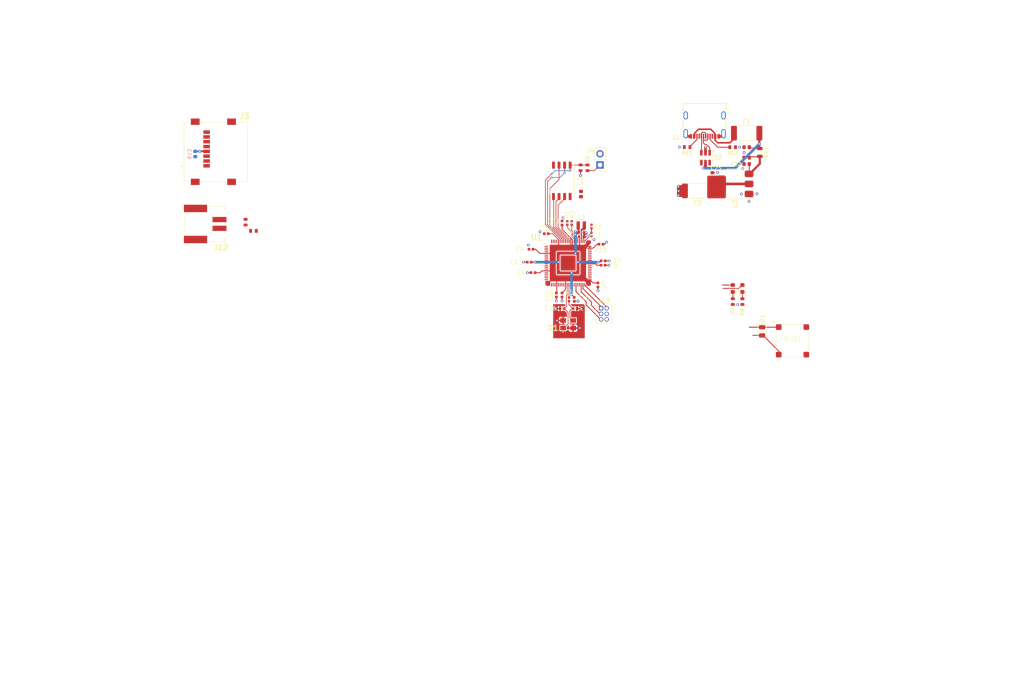
<source format=kicad_pcb>
(kicad_pcb (version 20241229) (generator "pcbnew") (generator_version "9.0")
  (title_block (title "${DOC_TYPE} Document") (date "2024-04-13") (rev "1.1") (company "${COMPANY}"))
  (layers (0 "F.Cu" mixed "L1") (4 "In1.Cu" power "L2 (GND)") (6 "In2.Cu" power "L3 (PWR)") (2 "B.Cu" mixed "L4") (13 "F.Paste" user) (15 "B.Paste" user) (5 "F.SilkS" user "F.Silkscreen") (7 "B.SilkS" user "B.Silkscreen") (1 "F.Mask" user) (3 "B.Mask" user) (25 "Edge.Cuts" user))
  (property "BOARD_NAME" "Board Name")
  (property "COMPANY" "Company Name")
  (property "DESIGNER" "Designer Name")
  (property "DOC_TYPE" "Fabrication")
  (property "PROJECT_NAME" "Project Name")
  (property "RELEASE_DATE" "Release Date")
  (property "REVIEWER" "Reviewer Name")
  (property "REVISION" "Revision Number")
  (property "VARIANT" "Variant Name")
  (net 0 "")
  (net 1 "+3V3")
  (net 2 "/CCT Board Schematic/MCU & Peripherals/FIRE_SIGNAL")
  (net 3 "/CCT Board Schematic/MCU & Peripherals/SD_DAT1")
  (net 4 "/CCT Board Schematic/MCU & Peripherals/SD_CMD")
  (net 5 "/CCT Board Schematic/MCU & Peripherals/QSPI_CS")
  (net 6 "/CCT Board Schematic/MCU & Peripherals/QSPI_SD1")
  (net 7 "/CCT Board Schematic/MCU & Peripherals/SD_DAT3")
  (net 8 "/CCT Board Schematic/MCU & Peripherals/SD_DAT0")
  (net 9 "/CCT Board Schematic/MCU & Peripherals/SD_CLK")
  (net 10 "/CCT Board Schematic/MCU & Peripherals/SD_DAT2")
  (net 11 "GND")
  (net 12 "/CCT Board Schematic/MCU & Peripherals/ARM_SIGNAL")
  (net 13 "/CCT Board Schematic/MCU & Peripherals/PYRO_SENSE")
  (net 14 "/CCT Board Schematic/VBAT_sense")
  (net 15 "/CCT Board Schematic/MCU & Peripherals/Servo1_PWM")
  (net 16 "/CCT Board Schematic/MCU & Peripherals/PYRO_SEN")
  (net 17 "/CCT Board Schematic/MCU & Peripherals/Servo3_PWM")
  (net 18 "/CCT Board Schematic/MCU & Peripherals/PYRO_IN")
  (net 19 "/CCT Board Schematic/MCU & Peripherals/~{USB_BOOT}")
  (net 20 "/CCT Board Schematic/MCU & Peripherals/RUN")
  (net 21 "/CCT Board Schematic/MCU & Peripherals/Servo2_PWM")
  (net 22 "/CCT Board Schematic/MCU & Peripherals/STATUS_BUZZER-")
  (net 23 "/CCT Board Schematic/MCU & Peripherals/STATUS_BUZZER+")
  (net 24 "/CCT Board Schematic/MCU & Peripherals/VREG_AVDD")
  (net 25 "/CCT Board Schematic/MCU & Peripherals/STATUS_LED_G")
  (net 26 "/CCT Board Schematic/MCU & Peripherals/STATUS_LED_R")
  (net 27 "/CCT Board Schematic/MCU & Peripherals/FILL_SIGNAL")
  (net 28 "/CCT Board Schematic/MCU & Peripherals/USB_DM")
  (net 29 "/CCT Board Schematic/MCU & Peripherals/QSPI_SD0")
  (net 30 "/CCT Board Schematic/MCU & Peripherals/QSPI_SD3")
  (net 31 "/CCT Board Schematic/MCU & Peripherals/QSPI_SCLK")
  (net 32 "/CCT Board Schematic/MCU & Peripherals/USB_DP")
  (net 33 "/CCT Board Schematic/MCU & Peripherals/QSPI_SD2")
  (net 34 "/CCT Board Schematic/MCU & Peripherals/GPIO30")
  (net 35 "/CCT Board Schematic/MCU & Peripherals/GPIO31")
  (net 36 "/CCT Board Schematic/MCU & Peripherals/GPIO32")
  (net 37 "+1V1")
  (net 38 "/CCT Board Schematic/MCU & Peripherals/XOUT")
  (net 39 "Net-(C17-Pad1)")
  (net 40 "/CCT Board Schematic/MCU & Peripherals/USB_D-")
  (net 41 "/CCT Board Schematic/MCU & Peripherals/RJ45_LED2")
  (net 42 "/CCT Board Schematic/MCU & Peripherals/RS485_TX")
  (net 43 "/CCT Board Schematic/MCU & Peripherals/RS485_RX")
  (net 44 "/CCT Board Schematic/MCU & Peripherals/RJ45_LED1")
  (net 45 "/CCT Board Schematic/MCU & Peripherals/I2C_SDA")
  (net 46 "/CCT Board Schematic/MCU & Peripherals/I2C_SCL")
  (net 53 "/CCT Board Schematic/MCU & Peripherals/XIN")
  (net 65 "/CCT Board Schematic/MCU & Peripherals/VREG_LX")
  (net 70 "Net-(LED1-K)")
  (net 71 "/CCT Board Schematic/MCU & Peripherals/USB_D+")
  (net 72 "Net-(LED2-K)")
  (net 73 "VBUS")
  (net 74 "Net-(U3-VO)")
  (net 75 "VBUS_F")
  (net 76 "/CCT Board Schematic/USBC/D+")
  (net 77 "/CCT Board Schematic/USBC/D-")
  (net 78 "/CCT Board Schematic/USBC/CC1")
  (net 79 "/CCT Board Schematic/USBC/VBUS_PF")
  (net 80 "/CCT Board Schematic/USBC/CC2")
  (net 81 "/CCT Board Schematic/USBC/USB_D+")
  (net 82 "/CCT Board Schematic/USBC/USB_D-")
  (footprint "0_Capacitors:C_0402_1005_DensityMedium" (layer "F.Cu") (at 139.5 81.4609 180)
    (property "Reference" "C12")
    (property "Value" "100nF" (hide yes))
  )
  (footprint "0_Passives:BUZZER,7.5x7.5mm" (layer "F.Cu") (at 192 102.2)
    (property "Reference" "BUZ1")
    (property "Value" "~")
  )
  (footprint "0_Resistors:R_0402_1005_DensityHigh" (layer "F.Cu") (at 145.3 79.0109 -90)
    (property "Reference" "R2")
    (property "Value" "27R" (hide yes))
  )
  (footprint "0_Resistors:R_0603_1608_DensityHigh" (layer "F.Cu") (at 184.3 96.975 90)
    (property "Reference" "R8")
    (property "Value" "?220R?" (hide yes))
  )
  (footprint "0_Capacitors:C_0402_1005_DensityMedium" (layer "F.Cu") (at 146.08 98.5809)
    (property "Reference" "C17")
    (property "Value" "15pF" (hide yes))
  )
  (footprint "0_Resistors:R_0805_2012_DensityHigh" (layer "F.Cu") (at 188.275 62.875 -90)
    (property "Reference" "R13")
    (property "Value" "0R" (hide yes))
  )
  (footprint "0_Resistors:R_0603_1608_DensityHigh" (layer "F.Cu") (at 72.6 80.8141 180)
    (property "Reference" "R10" (hide yes))
    (property "Value" "4k7R" (hide yes))
  )
  (footprint "0_Capacitors:C_0402_1005_DensityMedium" (layer "F.Cu") (at 136 85.0109 180)
    (property "Reference" "C4")
    (property "Value" "100nF" (hide yes))
  )
  (footprint "0_Connectors:502352_0201" (layer "F.Cu") (at 62.1 79.225 -90)
    (property "Reference" "J12")
    (property "Value" "Molex_01x02" (hide yes))
  )
  (footprint "0_MCU:ABM8272T3" (layer "F.Cu") (at 144.485 102.1609)
    (property "Reference" "X1")
    (property "Value" "ABM8-272-T3" (hide yes))
  )
  (footprint "0_Passives:LED_0805_2012Metric" (layer "F.Cu") (at 188.8 103.775 -90)
    (property "Reference" "D1")
    (property "Value" "~")
  )
  (footprint "0_MCU:L_AOTA_B20_2016" (layer "F.Cu") (at 147.485 79.5109)
    (property "Reference" "L1")
    (property "Value" "1uH" (hide yes))
  )
  (footprint "0_Capacitors:C_0402_1005_DensityMedium" (layer "F.Cu") (at 143.11 98.5809 180)
    (property "Reference" "C16")
    (property "Value" "15pF" (hide yes))
  )
  (footprint "0_Connectors:PinHeader_2x03_P1.27mm_Vertical" (layer "F.Cu") (at 152.02 98.5009)
    (property "Reference" "J13")
    (property "Value" "Conn_02x03_Odd_Even" (hide yes))
  )
  (footprint "0_Power:SOT-223-3_TabPin2" (layer "F.Cu") (at 182.675 70.075 180)
    (property "Reference" "U3")
    (property "Value" "NCP1117_3.3")
  )
  (footprint "0_Capacitors:C_0402_1005_DensityMedium" (layer "F.Cu") (at 145.885 96.4609 90)
    (property "Reference" "C15")
    (property "Value" "4.7uF" (hide yes))
  )
  (footprint "0_Passives:Fuse_2512_6332Metric" (layer "F.Cu") (at 174.075 71.662135)
    (property "Reference" "F2")
    (property "Value" "Fuse")
  )
  (footprint "0_Resistors:R_0603_1608_DensityHigh" (layer "F.Cu") (at 171.675 61.6576)
    (property "Reference" "R11")
    (property "Value" "5.1kR" (hide yes))
  )
  (footprint "0_MCU:SOIC-8_5.3x5.3mm_P1.27mm" (layer "F.Cu") (at 143.05 69.3609 -90)
    (property "Reference" "U2")
    (property "Value" "S25FL128" (hide yes))
  )
  (footprint "0_Capacitors:C_0603_1608_DensityHigh" (layer "F.Cu") (at 177.475 68.125 90)
    (property "Reference" "C23")
    (property "Value" "10nF" (hide yes))
  )
  (footprint "0_Capacitors:C_0402_1005_DensityMedium" (layer "F.Cu") (at 136.485 90.3609 180)
    (property "Reference" "C5")
    (property "Value" "100nF" (hide yes))
  )
  (footprint "0_Passives:LED_0603_1608Metric" (layer "F.Cu") (at 184.3 93.975 90)
    (property "Reference" "LED2" (hide yes))
    (property "Value" "Red")
  )
  (footprint "0_Capacitors:C_0603_1608_DensityHigh" (layer "F.Cu") (at 185.275 64.075)
    (property "Reference" "C21" (hide yes))
    (property "Value" "DNP" (hide yes))
  )
  (footprint "0_Resistors:R_0603_1608_DensityHigh" (layer "F.Cu") (at 182.1 96.975 90)
    (property "Reference" "R7")
    (property "Value" "?220R?" (hide yes))
  )
  (footprint "0_Passives:SOT-23-6" (layer "F.Cu") (at 175.875 64.075 -90)
    (property "Reference" "D2")
    (property "Value" "USBLC6-2SC6")
  )
  (footprint "0_Connectors:PinHeader_1x02_P2.54mm_Vertical" (layer "F.Cu") (at 151.775 65.7359 180)
    (property "Reference" "J4")
    (property "Value" "Pin_01x02")
  )
  (footprint "0_Connectors:USB4105_GCT" (layer "F.Cu") (at 175.675 55.675 180)
    (property "Reference" "J2")
    (property "Value" "USBC_Conn")
  )
  (footprint "0_Capacitors:C_0402_1005_DensityMedium" (layer "F.Cu") (at 151.3 93.1609 -90)
    (property "Reference" "C8")
    (property "Value" "100nF" (hide yes))
  )
  (footprint "0_Capacitors:C_0402_1005_DensityMedium" (layer "F.Cu") (at 141.8 95.4609 -90)
    (property "Reference" "C6")
    (property "Value" "100nF" (hide yes))
  )
  (footprint "0_Resistors:R_0603_1608_DensityHigh" (layer "F.Cu") (at 148.925 66.3859 -90)
    (property "Reference" "R5")
    (property "Value" "1kR" (hide yes))
  )
  (footprint "0_Capacitors:C_0603_1608_DensityHigh" (layer "F.Cu") (at 147.425 72.3859 -90)
    (property "Reference" "C18" (hide yes))
    (property "Value" "100nF" (hide yes))
  )
  (footprint "0_Capacitors:C_0402_1005_DensityMedium" (layer "F.Cu") (at 143.1 95.4609 -90)
    (property "Reference" "C7")
    (property "Value" "100nF" (hide yes))
  )
  (footprint "0_Capacitors:C_0402_1005_DensityMedium" (layer "F.Cu") (at 151.985 83.8609)
    (property "Reference" "C10")
    (property "Value" "100nF" (hide yes))
  )
  (footprint "0_Resistors:R_0603_1608_DensityHigh" (layer "F.Cu") (at 147.325 66.3859 -90)
    (property "Reference" "R4" (hide yes))
    (property "Value" "10kR" (hide yes))
  )
  (footprint "0_Capacitors:C_0603_1608_DensityHigh" (layer "F.Cu") (at 185.275 61.675)
    (property "Reference" "C20" (hide yes))
    (property "Value" "DNP" (hide yes))
  )
  (footprint "0_Resistors:R_0402_1005_DensityHigh" (layer "F.Cu") (at 144.685 96.4659 -90)
    (property "Reference" "R6")
    (property "Value" "1kR" (hide yes))
  )
  (footprint "0_Capacitors:C_0402_1005_DensityMedium" (layer "F.Cu") (at 135.6 87.9609)
    (property "Reference" "C13")
    (property "Value" "100nF" (hide yes))
  )
  (footprint "0_Resistors:R_0402_1005_DensityHigh" (layer "F.Cu") (at 149.825 79.8109 90)
    (property "Reference" "R3")
    (property "Value" "33R" (hide yes))
  )
  (footprint "0_Resistors:R_0603_1608_DensityHigh" (layer "F.Cu") (at 182.075 61.675)
    (property "Reference" "R12")
    (property "Value" "5.1kR" (hide yes))
  )
  (footprint "0_Capacitors:C_0402_1005_DensitySpaced" (layer "F.Cu") (at 147.485 82.1109)
    (property "Reference" "C2")
    (property "Value" "4.7uF" (hide yes))
  )
  (footprint "0_Capacitors:C_0603_1608_DensityHigh" (layer "F.Cu") (at 185.275 65.525)
    (property "Reference" "C22")
    (property "Value" "10nF" (hide yes))
  )
  (footprint "0_Capacitors:C_0402_1005_DensityMedium" (layer "F.Cu") (at 152.485 87.6609 180)
    (property "Reference" "C14")
    (property "Value" "100nF" (hide yes))
  )
  (footprint "0_Capacitors:C_0402_1005_DensitySpaced" (layer "F.Cu") (at 147.485 81.1609)
    (property "Reference" "C3")
    (property "Value" "4.7uF" (hide yes))
  )
  (footprint "0_Passives:Fuse_2512_6332Metric" (layer "F.Cu") (at 185.275 58.475 180)
    (property "Reference" "F1")
    (property "Value" "Fuse")
  )
  (footprint "0_Capacitors:C_0402_1005_DensityHigh" (layer "F.Cu") (at 149.825 81.6609 -90)
    (property "Reference" "C1")
    (property "Value" "4.7uF" (hide yes))
  )
  (footprint "0_Resistors:R_0402_1005_DensityHigh" (layer "F.Cu") (at 144.3 79.0109 -90)
    (property "Reference" "R1")
    (property "Value" "27R" (hide yes))
  )
  (footprint "0_Resistors:R_0603_1608_DensityHigh" (layer "F.Cu") (at 70.8 78.8141 90)
    (property "Reference" "R9" (hide yes))
    (property "Value" "4k7R" (hide yes))
  )
  (footprint "0_MCU:RP2350B_80QFN" (layer "F.Cu") (at 144.485 88.1609)
    (property "Reference" "U1")
    (property "Value" "RP2350_80QFN" (hide yes))
  )
  (footprint "0_Capacitors:C_0402_1005_DensityMedium" (layer "F.Cu") (at 152.49 88.6609)
    (property "Reference" "C9")
    (property "Value" "100nF" (hide yes))
  )
  (footprint "0_Capacitors:C_0402_1005_DensityMedium" (layer "F.Cu") (at 143.1 79.0109 90)
    (property "Reference" "C11")
    (property "Value" "100nF" (hide yes))
  )
  (footprint "0_Passives:LED_0603_1608Metric" (layer "F.Cu") (at 182.1 93.975 90)
    (property "Reference" "LED1" (hide yes))
    (property "Value" "Green")
  )
  (footprint "0_Connectors:Molex_472192001_uSD" (layer "F.Cu") (at 63.7 62.725 -90)
    (property "Reference" "J3")
    (property "Value" "Micro_SD_Card" (hide yes))
  )
  (footprint "0_Capacitors:C_0603_1608_DensityHigh" (layer "B.Cu") (at 59.3 63.225 90)
    (property "Reference" "C19")
    (property "Value" "100nF" (hide yes))
  )
  (segment (start 143.885 93.1109) (end 143.885 92.2609) (width 0.2) (layer "F.Cu") (net 1))
  (segment (start 145.085 82.450544) (end 143.1 80.465544) (width 0.2) (layer "F.Cu") (net 1))
  (segment (start 150.785 88.3609) (end 151.085 88.6609) (width 0.2) (layer "F.Cu") (net 1))
  (segment (start 60.505 62.62) (end 61.89 62.62) (width 0.4) (layer "F.Cu") (net 1))
  (segment (start 151.085 83.8609) (end 150.185 84.7609) (width 0.2) (layer "F.Cu") (net 1))
  (segment (start 138 85.9609) (end 139.535 85.9609) (width 0.2) (layer "F.Cu") (net 1))
  (segment (start 60.35 62.625) (end 60.5 62.625) (width 0.4) (layer "F.Cu") (net 1))
  (segment (start 145.085 83.2109) (end 145.085 84.0609) (width 0.2) (layer "F.Cu") (net 1))
  (segment (start 141.885 93.1109) (end 141.885 92.2259) (width 0.2) (layer "F.Cu") (net 1))
  (segment (start 138.085 90.3609) (end 138.485 89.9609) (width 0.2) (layer "F.Cu") (net 1))
  (segment (start 149.435 84.7609) (end 148.55 84.7609) (width 0.2) (layer "F.Cu") (net 1))
  (segment (start 149.435 88.3609) (end 148.4 88.3609) (width 0.2) (layer "F.Cu") (net 1))
  (segment (start 139.535 89.9609) (end 140.385 89.9609) (width 0.2) (layer "F.Cu") (net 1))
  (segment (start 143.1 80.465544) (end 143.1 79.4609) (width 0.2) (layer "F.Cu") (net 1))
  (segment (start 143.885 93.1109) (end 143.885 94.2259) (width 0.2) (layer "F.Cu") (net 1))
  (segment (start 142.285 82.8084) (end 140.9375 81.4609) (width 0.15) (layer "F.Cu") (net 1))
  (segment (start 150.185 92.7109) (end 151.3 92.7109) (width 0.2) (layer "F.Cu") (net 1))
  (segment (start 137.05 85.0109) (end 138 85.9609) (width 0.2) (layer "F.Cu") (net 1))
  (segment (start 142.285 83.2109) (end 142.285 84.0609) (width 0.2) (layer "F.Cu") (net 1))
  (segment (start 149.435 84.3609) (end 149.435 84.7609) (width 0.2) (layer "F.Cu") (net 1))
  (segment (start 145.485 82.850544) (end 145.085 82.450544) (width 0.2) (layer "F.Cu") (net 1))
  (segment (start 145.485 83.2109) (end 145.485 82.850544) (width 0.2) (layer "F.Cu") (net 1))
  (segment (start 140.9375 81.4609) (end 139.95 81.4609) (width 0.15) (layer "F.Cu") (net 1))
  (segment (start 147.085 83.2109) (end 147.085 84.0609) (width 0.2) (layer "F.Cu") (net 1))
  (segment (start 149.435 88.3609) (end 150.785 88.3609) (width 0.2) (layer "F.Cu") (net 1))
  (segment (start 136.45 85.0109) (end 137.05 85.0109) (width 0.2) (layer "F.Cu") (net 1))
  (segment (start 149.435 84.3609) (end 148.85 84.3609) (width 0.2) (layer "F.Cu") (net 1))
  (segment (start 141.885 93.1109) (end 141.885 94.9759) (width 0.2) (layer "F.Cu") (net 1))
  (segment (start 145.485 83.2109) (end 145.485 84.0609) (width 0.2) (layer "F.Cu") (net 1))
  (segment (start 60.5 62.625) (end 60.505 62.62) (width 0.4) (layer "F.Cu") (net 1))
  (segment (start 142.285 83.2109) (end 142.285 82.8084) (width 0.15) (layer "F.Cu") (net 1))
  (segment (start 151.085 88.6609) (end 152.01 88.6609) (width 0.2) (layer "F.Cu") (net 1))
  (segment (start 143.885 94.2259) (end 143.1 95.0109) (width 0.2) (layer "F.Cu") (net 1))
  (segment (start 150.185 84.7609) (end 149.435 84.7609) (width 0.2) (layer "F.Cu") (net 1))
  (segment (start 136.965 90.3609) (end 138.085 90.3609) (width 0.2) (layer "F.Cu") (net 1))
  (segment (start 147.325 67.0359) (end 147.325 68.1609) (width 0.2) (layer "F.Cu") (net 1))
  (segment (start 145.085 83.2109) (end 145.085 82.450544) (width 0.2) (layer "F.Cu") (net 1))
  (segment (start 139.535 85.9609) (end 140.4 85.9609) (width 0.2) (layer "F.Cu") (net 1))
  (segment (start 138.485 89.9609) (end 139.875 89.9609) (width 0.2) (layer "F.Cu") (net 1))
  (segment (start 149.435 91.9609) (end 150.185 92.7109) (width 0.2) (layer "F.Cu") (net 1))
  (segment (start 151.5 83.8609) (end 151.085 83.8609) (width 0.2) (layer "F.Cu") (net 1))
  (via (at 169.695 71.692135) (size 0.6) (drill 0.3) (layers "F.Cu" "B.Cu") (net 1))
  (via (at 169.695 70.692135) (size 0.6) (drill 0.3) (layers "F.Cu" "B.Cu") (net 1))
  (via (at 169.695 72.692135) (size 0.6) (drill 0.3) (layers "F.Cu" "B.Cu") (net 1))
  (via (at 147.325 68.1609) (size 0.6) (drill 0.3) (layers "F.Cu" "B.Cu") (net 1))
  (via (at 60.35 62.625) (size 0.6) (drill 0.3) (layers "F.Cu" "B.Cu") (net 1))
  (segment (start 60.35 62.625) (end 59.3 62.625) (width 0.4) (layer "B.Cu") (net 1))
  (segment (start 144.955 67.0259) (end 144.96 67.0309) (width 0.15) (layer "F.Cu") (net 5))
  (segment (start 139.3 69.2109) (end 139.3 79.325678) (width 0.15) (layer "F.Cu") (net 5))
  (segment (start 144.955 65.7734) (end 144.955 67.0259) (width 0.15) (layer "F.Cu") (net 5))
  (segment (start 144.955 65.7734) (end 148.8875 65.7734) (width 0.15) (layer "F.Cu") (net 5))
  (segment (start 140.7 67.8109) (end 139.3 69.2109) (width 0.15) (layer "F.Cu") (net 5))
  (segment (start 139.3 79.325678) (end 142.685 82.710678) (width 0.15) (layer "F.Cu") (net 5))
  (segment (start 142.685 82.710678) (end 142.685 83.2109) (width 0.15) (layer "F.Cu") (net 5))
  (via (at 144.96 67.0309) (size 0.45) (drill 0.2) (layers "F.Cu" "B.Cu") (net 5))
  (via (at 140.7 67.8109) (size 0.45) (drill 0.2) (layers "F.Cu" "B.Cu") (net 5))
  (segment (start 141.48 67.0309) (end 144.96 67.0309) (width 0.15) (layer "B.Cu") (net 5))
  (segment (start 140.7 67.8109) (end 141.48 67.0309) (width 0.15) (layer "B.Cu") (net 5))
  (segment (start 143.685 67.5259) (end 143.685 65.7734) (width 0.15) (layer "F.Cu") (net 6))
  (segment (start 139.8 79.4) (end 143.085 82.685) (width 0.15) (layer "F.Cu") (net 6))
  (segment (start 143.69 67.5309) (end 143.685 67.5259) (width 0.15) (layer "F.Cu") (net 6))
  (segment (start 140.7 68.6109) (end 139.8 69.5109) (width 0.15) (layer "F.Cu") (net 6))
  (segment (start 139.8 69.5109) (end 139.8 79.4) (width 0.15) (layer "F.Cu") (net 6))
  (segment (start 143.085 82.685) (end 143.085 83.2109) (width 0.15) (layer "F.Cu") (net 6))
  (via (at 143.69 67.5309) (size 0.45) (drill 0.2) (layers "F.Cu" "B.Cu") (net 6))
  (via (at 140.7 68.6109) (size 0.45) (drill 0.2) (layers "F.Cu" "B.Cu") (net 6))
  (segment (start 142.61 68.6109) (end 143.69 67.5309) (width 0.15) (layer "B.Cu") (net 6))
  (segment (start 140.7 68.6109) (end 142.61 68.6109) (width 0.15) (layer "B.Cu") (net 6))
  (segment (start 151.3 93.6409) (end 151.3 94.4759) (width 0.2) (layer "F.Cu") (net 11))
  (segment (start 152.97 88.6609) (end 153.705 88.6609) (width 0.2) (layer "F.Cu") (net 11))
  (segment (start 152.785 83.8609) (end 153.285 83.3609) (width 0.2) (layer "F.Cu") (net 11))
  (segment (start 143.1 95.9109) (end 143.1 96.8609) (width 0.2) (layer "F.Cu") (net 11))
  (segment (start 152.46 83.8609) (end 152.785 83.8609) (width 0.2) (layer "F.Cu") (net 11))
  (segment (start 141.8 95.9109) (end 141.8 96.8609) (width 0.2) (layer "F.Cu") (net 11))
  (segment (start 152.965 87.6609) (end 153.705 87.6609) (width 0.2) (layer "F.Cu") (net 11))
  (segment (start 172.475 59.20365) (end 171.64635 59.20365) (width 0.6) (layer "F.Cu") (net 11))
  (segment (start 178.874998 59.203648) (end 179.946352 59.203648) (width 0.6) (layer "F.Cu") (net 11))
  (segment (start 175.875 62.9375) (end 175.875 61.675) (width 0.6) (layer "F.Cu") (net 11))
  (segment (start 134.315 87.9609) (end 135.12 87.9609) (width 0.2) (layer "F.Cu") (net 11))
  (segment (start 146.8 96.9109) (end 145.915 96.9109) (width 0.15) (layer "F.Cu") (net 11))
  (segment (start 135.2 90.3609) (end 136.005 90.3609) (width 0.2) (layer "F.Cu") (net 11))
  (via (at 148.585 81.2109) (size 0.6) (drill 0.3) (layers "F.Cu" "B.Cu") (net 11))
  (via (at 153.285 83.3609) (size 0.6) (drill 0.3) (layers "F.Cu" "B.Cu") (net 11))
  (via (at 147.15 103.0109) (size 0.6) (drill 0.3) (layers "F.Cu" "B.Cu") (net 11))
  (via (at 150.4 82.8109) (size 0.6) (drill 0.3) (layers "F.Cu" "B.Cu") (net 11))
  (via (at 135.4 84.0609) (size 0.6) (drill 0.3) (layers "F.Cu" "B.Cu") (net 11))
  (via (at 184.675 62.875) (size 0.6) (drill 0.3) (layers "F.Cu" "B.Cu") (net 11))
  (via (at 187.625 72.325) (size 0.6) (drill 0.3) (layers "F.Cu" "B.Cu") (net 11))
  (via (at 141.8 96.8609) (size 0.6) (drill 0.3) (layers "F.Cu" "B.Cu") (net 11))
  (via (at 147.55 98.5809) (size 0.6) (drill 0.3) (layers "F.Cu" "B.Cu") (net 11))
  (via (at 148.585 81.8109) (size 0.6) (drill 0.3) (layers "F.Cu" "B.Cu") (net 11))
  (via (at 143.1 96.8609) (size 0.6) (drill 0.3) (layers "F.Cu" "B.Cu") (net 11))
  (via (at 183.225 97.65) (size 0.6) (drill 0.3) (layers "F.Cu" "B.Cu") (net 11))
  (via (at 138.05 81.0109) (size 0.6) (drill 0.3) (layers "F.Cu" "B.Cu") (net 11))
  (via (at 141.6 98.5809) (size 0.6) (drill 0.3) (layers "F.Cu" "B.Cu") (net 11))
  (via (at 141.95 101.3109) (size 0.6) (drill 0.3) (layers "F.Cu" "B.Cu") (net 11))
  (via (at 183.675 61.675) (size 0.6) (drill 0.3) (layers "F.Cu" "B.Cu") (net 11))
  (via (at 175.875 61.675) (size 0.6) (drill 0.3) (layers "F.Cu" "B.Cu") (net 11))
  (via (at 184.075 72.375) (size 0.6) (drill 0.3) (layers "F.Cu" "B.Cu") (net 11))
  (via (at 151.3 94.4759) (size 0.6) (drill 0.3) (layers "F.Cu" "B.Cu") (net 11))
  (via (at 153.9 88.6609) (size 0.6) (drill 0.3) (layers "F.Cu" "B.Cu") (net 11))
  (via (at 169.925 61.625) (size 0.6) (drill 0.3) (layers "F.Cu" "B.Cu") (net 11))
  (via (at 153.9 87.6609) (size 0.6) (drill 0.3) (layers "F.Cu" "B.Cu") (net 11))
  (via (at 146.8 96.9109) (size 0.6) (drill 0.3) (layers "F.Cu" "B.Cu") (net 11))
  (via (at 184.375 66.575) (size 0.6) (drill 0.3) (layers "F.Cu" "B.Cu") (net 11))
  (via (at 134.315 87.9609) (size 0.6) (drill 0.3) (layers "F.Cu" "B.Cu") (net 11))
  (via (at 135.2 90.3609) (size 0.6) (drill 0.3) (layers "F.Cu" "B.Cu") (net 11))
  (via (at 143.35 77.8109) (size 0.6) (drill 0.3) (layers "F.Cu" "B.Cu") (net 11))
  (via (at 178.625 67.425) (size 0.6) (drill 0.3) (layers "F.Cu" "B.Cu") (net 11))
  (via (at 185.825 74.075) (size 0.6) (drill 0.3) (layers "F.Cu" "B.Cu") (net 11))
  (segment (start 150.475 67.0359) (end 151.775 65.7359) (width 0.15) (layer "F.Cu") (net 19))
  (segment (start 148.925 67.0359) (end 150.475 67.0359) (width 0.15) (layer "F.Cu") (net 19))
  (segment (start 146.285 93.1109) (end 146.285 94.6959) (width 0.2) (layer "F.Cu") (net 20))
  (segment (start 146.285 94.6959) (end 148.6 97.0109) (width 0.2) (layer "F.Cu") (net 20))
  (segment (start 148.6 97.0109) (end 148.6 97.7309) (width 0.2) (layer "F.Cu") (net 20))
  (segment (start 148.6 97.7309) (end 151.91 101.0409) (width 0.2) (layer "F.Cu") (net 20))
  (segment (start 192.6 108.275) (end 189.025 104.7) (width 0.2) (layer "F.Cu") (net 22))
  (segment (start 189.025 104.7) (end 186.675 104.7) (width 0.2) (layer "F.Cu") (net 22))
  (segment (start 192.6 109.1) (end 192.6 108.275) (width 0.2) (layer "F.Cu") (net 22))
  (segment (start 185.85 102.825) (end 192.575 102.825) (width 0.2) (layer "F.Cu") (net 23))
  (segment (start 149.775 81.2609) (end 149.25 81.7859) (width 0.15) (layer "F.Cu") (net 24))
  (segment (start 149.25 82.1459) (end 148.285 83.1109) (width 0.15) (layer "F.Cu") (net 24))
  (segment (start 149.825 81.2609) (end 149.825 80.2109) (width 0.2) (layer "F.Cu") (net 24))
  (segment (start 149.25 81.7859) (end 149.25 82.1459) (width 0.15) (layer "F.Cu") (net 24))
  (segment (start 179.7625 93.1875) (end 182.1 93.1875) (width 0.2) (layer "F.Cu") (net 25))
  (segment (start 183.45 93.975) (end 184.2125 93.2125) (width 0.2) (layer "F.Cu") (net 26))
  (segment (start 179.85 93.975) (end 183.45 93.975) (width 0.2) (layer "F.Cu") (net 26))
  (segment (start 145.59365 80.96955) (end 145.59365 82.000939) (width 0.15) (layer "F.Cu") (net 28))
  (segment (start 145.59365 82.000939) (end 146.26 82.667288) (width 0.15) (layer "F.Cu") (net 28))
  (segment (start 145.3 80.6759) (end 145.59365 80.96955) (width 0.15) (layer "F.Cu") (net 28))
  (segment (start 146.26 82.667288) (end 146.26 83.2394) (width 0.15) (layer "F.Cu") (net 28))
  (segment (start 145.3 79.4109) (end 145.3 80.6759) (width 0.15) (layer "F.Cu") (net 28))
  (segment (start 141.2 79.948644) (end 141.2 73.0034) (width 0.15) (layer "F.Cu") (net 29))
  (segment (start 143.885 82.633644) (end 141.2 79.948644) (width 0.15) (layer "F.Cu") (net 29))
  (segment (start 143.885 83.2109) (end 143.885 82.633644) (width 0.15) (layer "F.Cu") (net 29))
  (segment (start 144.685 83.2109) (end 144.685 82.582288) (width 0.15) (layer "F.Cu") (net 30))
  (segment (start 142.2 74.9109) (end 143.685 73.4259) (width 0.15) (layer "F.Cu") (net 30))
  (segment (start 144.685 82.582288) (end 142.2 80.097288) (width 0.15) (layer "F.Cu") (net 30))
  (segment (start 142.2 80.097288) (end 142.2 74.9109) (width 0.15) (layer "F.Cu") (net 30))
  (segment (start 144.285 83.2109) (end 144.285 82.607966) (width 0.15) (layer "F.Cu") (net 31))
  (segment (start 144.285 82.607966) (end 141.7 80.022966) (width 0.15) (layer "F.Cu") (net 31))
  (segment (start 141.7 80.022966) (end 141.7 74.1109) (width 0.15) (layer "F.Cu") (net 31))
  (segment (start 141.7 74.1109) (end 142.4 73.4109) (width 0.15) (layer "F.Cu") (net 31))
  (segment (start 145.34265 82.104907) (end 145.34265 81.08355) (width 0.15) (layer "F.Cu") (net 32))
  (segment (start 145.885 82.647256) (end 145.34265 82.104907) (width 0.15) (layer "F.Cu") (net 32))
  (segment (start 145.885 83.2644) (end 145.885 82.647256) (width 0.15) (layer "F.Cu") (net 32))
  (segment (start 145.34265 81.08355) (end 144.3 80.0409) (width 0.15) (layer "F.Cu") (net 32))
  (segment (start 144.3 80.0409) (end 144.3 79.4109) (width 0.15) (layer "F.Cu") (net 32))
  (segment (start 140.3 79.474322) (end 140.3 71.1609) (width 0.15) (layer "F.Cu") (net 33))
  (segment (start 143.485 83.2109) (end 143.485 82.659322) (width 0.15) (layer "F.Cu") (net 33))
  (segment (start 142.415 69.0459) (end 142.415 65.7734) (width 0.15) (layer "F.Cu") (net 33))
  (segment (start 143.485 82.659322) (end 140.3 79.474322) (width 0.15) (layer "F.Cu") (net 33))
  (segment (start 140.3 71.1609) (end 142.415 69.0459) (width 0.15) (layer "F.Cu") (net 33))
  (segment (start 149.8 97.0859) (end 149.8 97.8209) (width 0.2) (layer "F.Cu") (net 34))
  (segment (start 147.485 93.1109) (end 147.485 94.7709) (width 0.2) (layer "F.Cu") (net 34))
  (segment (start 149.8 97.8209) (end 151.75 99.7709) (width 0.2) (layer "F.Cu") (net 34))
  (segment (start 147.485 94.7709) (end 149.8 97.0859) (width 0.2) (layer "F.Cu") (net 34))
  (segment (start 147.885 93.1109) (end 147.885 93.9959) (width 0.2) (layer "F.Cu") (net 35))
  (segment (start 147.885 93.9959) (end 152.02 98.1309) (width 0.2) (layer "F.Cu") (net 35))
  (segment (start 148.285 93.1959) (end 153.29 98.2009) (width 0.2) (layer "F.Cu") (net 36))
  (segment (start 146.66 83.2394) (end 146.66 82.5709) (width 0.15) (layer "F.Cu") (net 37))
  (segment (start 151.285 87.9609) (end 151.705 87.9609) (width 0.2) (layer "F.Cu") (net 37))
  (segment (start 136.915 87.9609) (end 139.5885 87.9609) (width 0.2) (layer "F.Cu") (net 37))
  (segment (start 146.385 82.2959) (end 146.385 81.1609) (width 0.15) (layer "F.Cu") (net 37))
  (segment (start 136.08 87.9609) (end 136.915 87.9609) (width 0.2) (layer "F.Cu") (net 37))
  (segment (start 149.435 87.9609) (end 151.285 87.9609) (width 0.2) (layer "F.Cu") (net 37))
  (segment (start 151.705 87.9609) (end 152.005 87.6609) (width 0.2) (layer "F.Cu") (net 37))
  (segment (start 145.085 93.0574) (end 145.085 95.1809) (width 0.15) (layer "F.Cu") (net 37))
  (segment (start 145.885 95.9809) (end 145.285 95.3809) (width 0.15) (layer "F.Cu") (net 37))
  (segment (start 145.085 95.1809) (end 145.285 95.3809) (width 0.15) (layer "F.Cu") (net 37))
  (segment (start 146.66 82.5709) (end 146.385 82.2959) (width 0.15) (layer "F.Cu") (net 37))
  (segment (start 146.385 81.1609) (end 146.185 80.9609) (width 0.15) (layer "F.Cu") (net 37))
  (via (at 145.285 95.3809) (size 0.6) (drill 0.3) (layers "F.Cu" "B.Cu") (net 37))
  (via (at 146.185 81.5609) (size 0.6) (drill 0.3) (layers "F.Cu" "B.Cu") (net 37))
  (via (at 145.285 90.4109) (size 0.6) (drill 0.3) (layers "F.Cu" "B.Cu") (net 37))
  (via (at 146.75 87.9609) (size 0.6) (drill 0.3) (layers "F.Cu" "B.Cu") (net 37))
  (via (at 136.915 87.9609) (size 0.6) (drill 0.3) (layers "F.Cu" "B.Cu") (net 37))
  (via (at 146.185 85.9109) (size 0.6) (drill 0.3) (layers "F.Cu" "B.Cu") (net 37))
  (via (at 146.185 80.9609) (size 0.6) (drill 0.3) (layers "F.Cu" "B.Cu") (net 37))
  (via (at 151.285 87.9609) (size 0.6) (drill 0.3) (layers "F.Cu" "B.Cu") (net 37))
  (via (at 142.25 87.9609) (size 0.6) (drill 0.3) (layers "F.Cu" "B.Cu") (net 37))
  (segment (start 142.25 87.9609) (end 136.915 87.9609) (width 0.6) (layer "B.Cu") (net 37))
  (segment (start 146.75 87.9609) (end 151.285 87.9609) (width 0.6) (layer "B.Cu") (net 37))
  (segment (start 145.285 90.4109) (end 145.285 95.3809) (width 0.6) (layer "B.Cu") (net 37))
  (segment (start 146.185 80.9609) (end 146.185 85.9109) (width 0.6) (layer "B.Cu") (net 37))
  (segment (start 144.685 93.0574) (end 144.685 95.9859) (width 0.15) (layer "F.Cu") (net 38))
  (segment (start 144.885 100.6109) (end 145.585 101.3109) (width 0.15) (layer "F.Cu") (net 39))
  (segment (start 145.3975 98.5809) (end 144.885 99.0934) (width 0.15) (layer "F.Cu") (net 39))
  (segment (start 144.685 96.9459) (end 144.685 97.6659) (width 0.15) (layer "F.Cu") (net 39))
  (segment (start 144.885 99.0934) (end 144.885 100.6109) (width 0.15) (layer "F.Cu") (net 39))
  (segment (start 144.685 97.6659) (end 145.6 98.5809) (width 0.15) (layer "F.Cu") (net 39))
  (segment (start 144.285 93.0574) (end 144.285 95.4609) (width 0.15) (layer "F.Cu") (net 53))
  (segment (start 144.285 95.4609) (end 144.085 95.6609) (width 0.15) (layer "F.Cu") (net 53))
  (segment (start 144.485 99.4709) (end 144.485 102.0859) (width 0.15) (layer "F.Cu") (net 53))
  (segment (start 144.085 95.6609) (end 144.085 98.0859) (width 0.15) (layer "F.Cu") (net 53))
  (segment (start 144.085 98.0859) (end 143.59 98.5809) (width 0.15) (layer "F.Cu") (net 53))
  (segment (start 144.485 102.0859) (end 143.56 103.0109) (width 0.15) (layer "F.Cu") (net 53))
  (segment (start 143.485 98.4709) (end 144.485 99.4709) (width 0.15) (layer "F.Cu") (net 53))
  (segment (start 182.125 94.7875) (end 182.125 96.35) (width 0.2) (layer "F.Cu") (net 70))
  (segment (start 184.325 94.7875) (end 184.325 96.35) (width 0.2) (layer "F.Cu") (net 72))
  (segment (start 175.875 66.025) (end 175.425 66.475) (width 0.6) (layer "F.Cu") (net 73))
  (segment (start 188.175 60.925) (end 188.175 62.025) (width 0.5) (layer "F.Cu") (net 73))
  (segment (start 185.775 61.875) (end 187.675 61.875) (width 0.2) (layer "F.Cu") (net 73))
  (segment (start 175.875 65.2125) (end 175.875 66.025) (width 0.6) (layer "F.Cu") (net 73))
  (segment (start 188.175 58.475) (end 188.175 60.925) (width 0.5) (layer "F.Cu") (net 73))
  (via (at 188.175 60.925) (size 0.6) (drill 0.3) (layers "F.Cu" "B.Cu") (net 73))
  (via (at 175.425 66.475) (size 0.6) (drill 0.3) (layers "F.Cu" "B.Cu") (net 73))
  (segment (start 182.625 66.475) (end 188.175 60.925) (width 0.6) (layer "B.Cu") (net 73))
  (segment (start 175.425 66.475) (end 182.625 66.475) (width 0.6) (layer "B.Cu") (net 73))
  (segment (start 185.825 70.075) (end 179.525 70.075) (width 0.6) (layer "F.Cu") (net 74))
  (segment (start 185.875 65.675) (end 185.875 67.725) (width 0.2) (layer "F.Cu") (net 75))
  (segment (start 188.275 63.625) (end 188.275 65.475) (width 0.5) (layer "F.Cu") (net 75))
  (segment (start 188.275 65.475) (end 185.975 67.775) (width 0.5) (layer "F.Cu") (net 75))
  (segment (start 186.075 63.875) (end 187.775 63.875) (width 0.2) (layer "F.Cu") (net 75))
  (segment (start 174.975 59.210801) (end 174.975 62.475) (width 0.2) (layer "F.Cu") (net 76))
  (segment (start 175.925 59.1608) (end 175.925 58.525) (width 0.2) (layer "F.Cu") (net 76))
  (segment (start 175.925 58.525) (end 175.675 58.275) (width 0.2) (layer "F.Cu") (net 76))
  (segment (start 175.675 58.275) (end 175.175 58.275) (width 0.2) (layer "F.Cu") (net 76))
  (segment (start 175.175 58.275) (end 174.924999 58.525001) (width 0.2) (layer "F.Cu") (net 76))
  (segment (start 174.924999 58.525001) (end 174.924999 59.1608) (width 0.2) (layer "F.Cu") (net 76))
  (segment (start 176.175 60.075) (end 175.374999 60.075) (width 0.2) (layer "F.Cu") (net 77))
  (segment (start 176.123943 61.074) (end 176.825 61.775057) (width 0.2) (layer "F.Cu") (net 77))
  (segment (start 176.425001 59.1608) (end 176.425001 59.824999) (width 0.2) (layer "F.Cu") (net 77))
  (segment (start 176.425001 59.824999) (end 176.175 60.075) (width 0.2) (layer "F.Cu") (net 77))
  (segment (start 175.774 61.074) (end 176.123943 61.074) (width 0.2) (layer "F.Cu") (net 77))
  (segment (start 175.374999 59.210801) (end 175.374999 60.674999) (width 0.2) (layer "F.Cu") (net 77))
  (segment (start 175.374999 60.674999) (end 175.774 61.074) (width 0.2) (layer "F.Cu") (net 77))
  (segment (start 176.825 61.775057) (end 176.825 62.9375) (width 0.2) (layer "F.Cu") (net 77))
  (segment (start 176.925 59.9323) (end 176.925 59.1608) (width 0.2) (layer "F.Cu") (net 78))
  (segment (start 181.425 61.675) (end 178.6677 61.675) (width 0.2) (layer "F.Cu") (net 78))
  (segment (start 178.6677 61.675) (end 176.925 59.9323) (width 0.2) (layer "F.Cu") (net 78))
  (segment (start 174.287166 57.575) (end 177.062834 57.575) (width 0.35) (layer "F.Cu") (net 79))
  (segment (start 178.075 59.203649) (end 178.075 60.075) (width 0.35) (layer "F.Cu") (net 79))
  (segment (start 178.075 60.075) (end 178.675 60.675) (width 0.35) (layer "F.Cu") (net 79))
  (segment (start 173.375 58.975) (end 173.375 58.487166) (width 0.35) (layer "F.Cu") (net 79))
  (segment (start 173.375 58.487166) (end 174.287166 57.575) (width 0.35) (layer "F.Cu") (net 79))
  (segment (start 177.062834 57.575) (end 177.975 58.487166) (width 0.35) (layer "F.Cu") (net 79))
  (segment (start 177.975 58.487166) (end 177.975 59.025) (width 0.35) (layer "F.Cu") (net 79))
  (segment (start 178.675 60.675) (end 181.425 60.675) (width 0.35) (layer "F.Cu") (net 79))
  (segment (start 181.425 60.675) (end 182.375 59.725) (width 0.35) (layer "F.Cu") (net 79))
  (segment (start 173.925001 59.924999) (end 173.925001 59.1608) (width 0.2) (layer "F.Cu") (net 80))
  (segment (start 172.325 61.525) (end 173.925001 59.924999) (width 0.2) (layer "F.Cu") (net 80))
  (zone (net 0) (net_name "") (layer "F.Cu") (connect_pads (clearance 0)) (min_thickness 0.25)
    (keepout (tracks allowed) (vias allowed) (pads allowed) (copperpour not_allowed) (footprints allowed))
    (fill (thermal_gap 0.5) (thermal_bridge_width 0.5))
    (polygon (pts (xy 148.485 83.6609) (xy 148.185 83.9609) (xy 140.285 83.9609) (xy 140.285 82.5409) (xy 146.865 82.5409) (xy 146.985 82.6609) (xy 146.985 83.3609) (xy 148.485 83.3609)))
  )
  (zone (net 37) (net_name "+1V1") (layer "F.Cu") (priority 6) (connect_pads yes (clearance 0.15)) (min_thickness 0.15) (fill yes (thermal_gap 0.5) (thermal_bridge_width 0.5))
    (polygon (pts (xy 147.135 81.4109) (xy 147.135 78.6609) (xy 146.435 78.6609) (xy 146.435 80.4609) (xy 146.735 80.7609) (xy 146.735 80.9109) (xy 146.535 80.9109) (xy 146.335 80.7109) (xy 146.135 80.7109) (xy 145.885 80.9609) (xy 145.885 81.6109) (xy 146.085 81.8109) (xy 146.285 81.8109) (xy 146.485 81.6109) (xy 147.035 81.6109) (xy 147.035 81.4109)))
  )
  (zone (net 74) (net_name "Net-(U3-VO)") (layer "F.Cu") (priority 12) (connect_pads yes (clearance 0)) (min_thickness 0.15) (fill yes (thermal_gap 0.2) (thermal_bridge_width 0.4) (smoothing fillet) (radius 0.35))
    (polygon (pts (xy 176.275 68.175) (xy 180.525 68.175) (xy 180.525 73.375) (xy 176.275 73.375)))
  )
  (zone (net 0) (net_name "") (layer "F.Cu") (connect_pads (clearance 0)) (min_thickness 0.2)
    (keepout (tracks allowed) (vias allowed) (pads allowed) (copperpour not_allowed) (footprints allowed))
    (fill (thermal_gap 0.2) (thermal_bridge_width 0.2))
    (polygon (pts (xy 185.235 62.115) (xy 186.835 62.115) (xy 186.835 63.715) (xy 185.235 63.715)))
  )
  (zone (net 0) (net_name "") (layer "F.Cu") (connect_pads (clearance 0)) (min_thickness 0.2)
    (keepout (tracks allowed) (vias allowed) (pads allowed) (copperpour not_allowed) (footprints allowed))
    (fill (thermal_gap 0.2) (thermal_bridge_width 0.2))
    (polygon (pts (xy 177.115 60.575) (xy 178.715 60.575) (xy 178.715 62.175) (xy 177.115 62.175)))
  )
  (zone (net 0) (net_name "") (layer "F.Cu") (connect_pads (clearance 0)) (min_thickness 0.2)
    (keepout (tracks allowed) (vias allowed) (pads allowed) (copperpour not_allowed) (footprints allowed))
    (fill (thermal_gap 0.2) (thermal_bridge_width 0.2))
    (polygon (pts (xy 147.900053 96.1009) (xy 145.950053 96.1009) (xy 145.950053 95.0409) (xy 147.900053 95.0409)))
  )
  (zone (net 1) (net_name "+3V3") (layer "F.Cu") (priority 30) (connect_pads yes (clearance 0)) (min_thickness 0.03) (fill yes (thermal_gap 0.5) (thermal_bridge_width 0.1) (smoothing fillet) (radius 0.3))
    (polygon (pts (xy 139.3 82.9609) (xy 149.7 82.9609) (xy 149.7 93.3609) (xy 139.3 93.3609)))
  )
  (zone (net 1) (net_name "+3V3") (layer "F.Cu") (priority 7) (connect_pads yes (clearance 0.15)) (min_thickness 0.15) (fill yes (thermal_gap 0.5) (thermal_bridge_width 0.5))
    (polygon (pts (xy 146.985 84.0109) (xy 146.985 82.6109) (xy 146.735 82.3609) (xy 146.735 81.8609) (xy 147.185 81.8609) (xy 147.185 84.0109)))
  )
  (zone (net 0) (net_name "") (layer "F.Cu") (connect_pads (clearance 0)) (min_thickness 0.25)
    (keepout (tracks allowed) (vias allowed) (pads allowed) (copperpour not_allowed) (footprints allowed))
    (fill (thermal_gap 0.5) (thermal_bridge_width 0.5))
    (polygon (pts (xy 148.585 84.7609) (xy 148.585 91.5609) (xy 149.1425 91.5609) (xy 149.7 91.5609) (xy 149.7 92.2609) (xy 150.11 92.2609) (xy 150.11 83.2359)))
  )
  (zone (net 0) (net_name "") (layer "F.Cu") (connect_pads (clearance 0)) (min_thickness 0.2)
    (keepout (tracks allowed) (vias allowed) (pads allowed) (copperpour not_allowed) (footprints allowed))
    (fill (thermal_gap 0.2) (thermal_bridge_width 0.2))
    (polygon (pts (xy 182.41 95.305) (xy 184.01 95.305) (xy 184.01 96.905) (xy 182.41 96.905)))
  )
  (zone (net 1) (net_name "+3V3") (layer "F.Cu") (priority 4) (connect_pads yes (clearance 0)) (min_thickness 0.15) (fill yes (thermal_gap 0.5) (thermal_bridge_width 0.5) (smoothing fillet) (radius 0.35))
    (polygon (pts (xy 169.345 70.342135) (xy 171.295 70.342135) (xy 171.295 73.042135) (xy 169.345 73.042135)))
  )
  (zone (net 0) (net_name "") (layer "F.Cu") (connect_pads (clearance 0)) (min_thickness 0.25)
    (keepout (tracks allowed) (vias allowed) (pads allowed) (copperpour not_allowed) (footprints allowed))
    (fill (thermal_gap 0.5) (thermal_bridge_width 0.5))
    (polygon (pts (xy 140.485 92.3609) (xy 140.385 92.4609) (xy 140.385 93.7859) (xy 148.485 93.7859) (xy 148.485 92.5609) (xy 148.285 92.3609)))
  )
  (zone (net 0) (net_name "") (layer "F.Cu") (connect_pads yes (clearance 0)) (min_thickness 0.15)
    (keepout (tracks allowed) (vias allowed) (pads allowed) (copperpour not_allowed) (footprints allowed))
    (fill (thermal_gap 0.5) (thermal_bridge_width 0.5))
    (polygon (pts (xy 146.085 78.0609) (xy 146.085 78.4609) (xy 148.685 78.4609) (xy 148.685 80.7609) (xy 149.16 81.2359) (xy 149.285 81.2359) (xy 149.285 78.3609) (xy 148.985 78.0609)))
  )
  (zone (net 11) (net_name "GND") (layer "F.Cu") (priority 2) (connect_pads (clearance 0.2)) (min_thickness 0.2) (fill yes (thermal_gap 0.3) (thermal_bridge_width 0.3))
    (polygon (pts (xy 147.985 97.5609) (xy 148.285 97.8609) (xy 148.285 105.3609) (xy 141.085 105.3609) (xy 141.085 97.5609)))
  )
  (zone (net 65) (net_name "/CCT Board Schematic/MCU & Peripherals/VREG_LX") (layer "F.Cu") (priority 5) (connect_pads yes (clearance 0.15)) (min_thickness 0.15) (fill yes (thermal_gap 0.5) (thermal_bridge_width 0.5))
    (polygon (pts (xy 147.385 83.5609) (xy 147.385 82.7609) (xy 147.335 82.7109) (xy 147.335 80.5609) (xy 147.835 80.0609) (xy 147.835 78.6609) (xy 148.535 78.6609) (xy 148.535 80.3609) (xy 148.235 80.6609) (xy 147.785 80.6609) (xy 147.635 80.8109) (xy 147.635 82.7109) (xy 147.585 82.7609) (xy 147.585 83.5609)))
  )
  (zone (net 0) (net_name "") (layer "F.Cu") (connect_pads (clearance 0)) (min_thickness 0.2)
    (keepout (tracks allowed) (vias allowed) (pads allowed) (copperpour not_allowed) (footprints allowed))
    (fill (thermal_gap 0.2) (thermal_bridge_width 0.2))
    (polygon (pts (xy 137.721846 81.7109) (xy 140.331846 81.7109) (xy 140.331846 83.3109) (xy 137.721846 83.3109)))
  )
  (zone (net 0) (net_name "") (layer "F.Cu") (connect_pads (clearance 0)) (min_thickness 0.25)
    (keepout (tracks allowed) (vias allowed) (pads allowed) (copperpour not_allowed) (footprints allowed))
    (fill (thermal_gap 0.5) (thermal_bridge_width 0.5))
    (polygon (pts (xy 140.285 83.0609) (xy 138.865 83.0609) (xy 138.865 92.2609) (xy 140.185 92.2609) (xy 140.285 92.1609)))
  )
  (zone (net 0) (net_name "") (layer "F.Cu") (connect_pads (clearance 0)) (min_thickness 0.2)
    (keepout (tracks allowed) (vias allowed) (pads allowed) (copperpour not_allowed) (footprints allowed))
    (fill (thermal_gap 0.2) (thermal_bridge_width 0.2))
    (polygon (pts (xy 175.055 62.935) (xy 176.655 62.935) (xy 176.655 64.535) (xy 175.055 64.535)))
  )
  (zone (net 37) (net_name "+1V1") (layer "F.Cu") (priority 40) (connect_pads (clearance 0.2)) (min_thickness 0.2) (fill yes (thermal_gap 0.3) (thermal_bridge_width 0.3))
    (polygon (pts (xy 147.085 90.7609) (xy 141.885 90.7609) (xy 141.885 85.5609) (xy 147.085 85.5609)))
  )
  (zone (net 11) (net_name "GND") (layer "F.Cu") (priority 4) (connect_pads yes (clearance 0.15)) (min_thickness 0.15) (fill yes (thermal_gap 0.5) (thermal_bridge_width 0.5))
    (polygon (pts (xy 147.785 83.5609) (xy 147.785 81.8609) (xy 147.935 81.8609) (xy 147.935 81.4109) (xy 147.785 81.4109) (xy 147.785 80.9109) (xy 148.585 80.9109) (xy 148.885 81.2109) (xy 148.885 81.9609) (xy 147.985 82.8609) (xy 147.985 83.5609)))
  )
  (zone (net 0) (net_name "") (layers "F.Cu" "F.SilkS") (connect_pads (clearance 0)) (min_thickness 0.25)
    (keepout (tracks allowed) (vias allowed) (pads allowed) (copperpour not_allowed) (footprints allowed))
    (fill (thermal_gap 0.5) (thermal_bridge_width 0.5))
    (polygon (pts (xy 144.185 93.0609) (xy 144.185 97.4609) (xy 140.685 97.4609) (xy 140.685 94.3609) (xy 141.985 93.0609)))
  )
)
</source>
